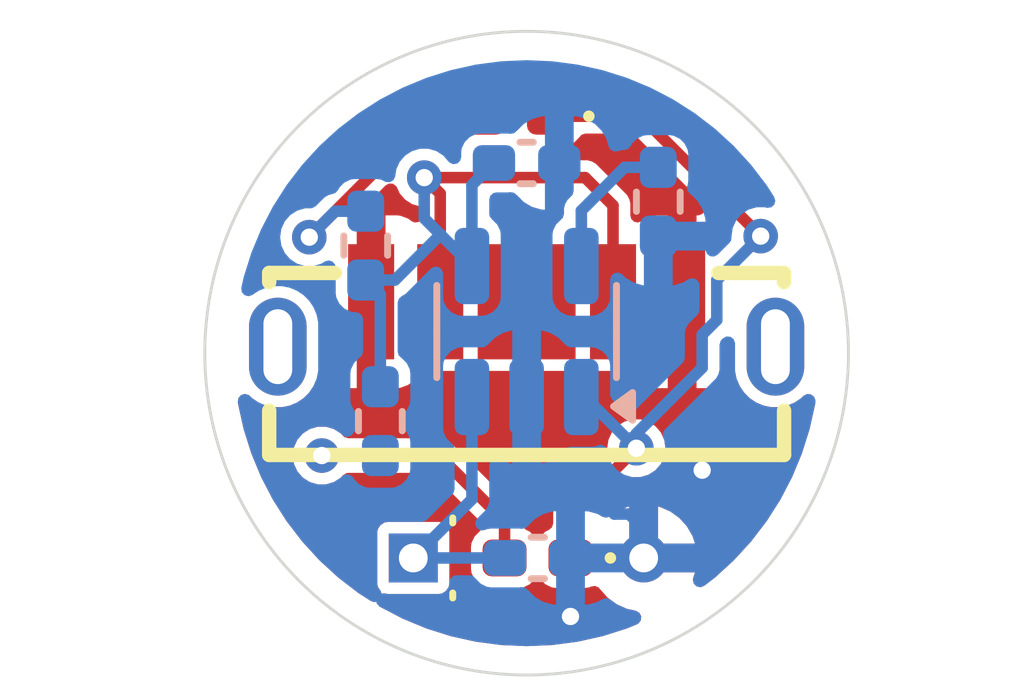
<source format=kicad_pcb>
(kicad_pcb (version 20240108) (generator "pcbnew") (generator_version "8.0")
  (layers (0 "F.Cu" signal) (31 "B.Cu" signal) (34 "B.Paste" user) (35 "F.Paste" user) (36 "B.SilkS" user "B.Silkscreen") (37 "F.SilkS" user "F.Silkscreen") (38 "B.Mask" user) (39 "F.Mask" user) (44 "Edge.Cuts" user))
  (net 0 "")
  (net 1 "+5V")
  (net 4 "GND")
  (net 5 "Net-(U1-PROG)")
  (net 6 "Net-(BT1-+)")
  (net 7 "Net-(D1-A)")
  (net 8 "Net-(D2-A)")
  (net 9 "Net-(D1-K)")
  (footprint "LED_SMD:LED_0402_1005Metric_Pad0.77x0.64mm_HandSolder" (layer "F.Cu") (at 134.4355 69.546294 180)
    (property "Reference" "D1" (hide yes))
    (property "Value" "LED")
    (fp_circle (center -1.265 0) (end -1.215 0) (stroke (width 0.1)) (fill none) (layer "F.SilkS"))
    (pad "1" smd roundrect (at -0.572501 0 180) (size 0.765 0.64) (layers "F.Cu" "F.Paste" "F.Mask") (net 9 "Net-(D1-K)"))
    (pad "2" smd roundrect (at 0.572501 0 180) (size 0.765 0.64) (layers "F.Cu" "F.Paste" "F.Mask") (net 7 "Net-(D1-A)"))
  )
  (footprint "custom:USB-TYPE-C-SMD_MC-306LS-H65" (layer "F.Cu") (at 134.62 73.1575)
    (property "Reference" "J1" (hide yes))
    (property "Value" "USB_C_Receptacle_PowerOnly_6P" (hide yes))
    (fp_line (start -4.47 -0.89) (end -3.33 -0.89) (stroke (width 0.25)) (layer "F.SilkS"))
    (fp_line (start -4.47 -0.73) (end -4.47 -0.89) (stroke (width 0.25)) (layer "F.SilkS"))
    (fp_line (start -4.47 2.27) (end -4.47 1.5) (stroke (width 0.25)) (layer "F.SilkS"))
    (fp_line (start 3.33 -0.89) (end 4.47 -0.89) (stroke (width 0.25)) (layer "F.SilkS"))
    (fp_line (start 4.47 -0.89) (end 4.47 -0.73) (stroke (width 0.25)) (layer "F.SilkS"))
    (fp_line (start 4.47 1.5) (end 4.47 2.27) (stroke (width 0.25)) (layer "F.SilkS"))
    (fp_line (start 4.47 2.27) (end -4.47 2.27) (stroke (width 0.25)) (layer "F.SilkS"))
    (pad "1" thru_hole oval (at -4.32 0.39) (size 1 1.7) (drill oval 0.500024 1.299997) (layers "*.Cu" "*.Mask"))
    (pad "2" thru_hole oval (at 4.32 0.39) (size 1 1.7) (drill oval 0.500024 1.299997) (layers "*.Cu" "*.Mask"))
    (pad "A5" smd rect (at -0.5 -0.39) (size 0.7 2) (layers "F.Cu" "F.Paste" "F.Mask"))
    (pad "A9" smd rect (at 1.5 -0.39) (size 0.8 2) (layers "F.Cu" "F.Paste" "F.Mask") (net 1 "+5V"))
    (pad "A12" smd rect (at 2.7 -0.39) (size 0.8 2) (layers "F.Cu" "F.Paste" "F.Mask") (net 4 "GND"))
    (pad "B5" smd rect (at 0.5 -0.39) (size 0.7 2) (layers "F.Cu" "F.Paste" "F.Mask"))
    (pad "B9" smd rect (at -1.5 -0.39) (size 0.8 2) (layers "F.Cu" "F.Paste" "F.Mask") (net 1 "+5V"))
    (pad "B12" smd rect (at -2.7 -0.39) (size 0.8 2) (layers "F.Cu" "F.Paste" "F.Mask") (net 4 "GND"))
  )
  (footprint "LED_SMD:LED_0402_1005Metric_Pad0.77x0.64mm_HandSolder" (layer "F.Cu") (at 134.809499 77.216 180)
    (property "Reference" "D2" (hide yes))
    (property "Value" "LED" (hide yes))
    (fp_circle (center -1.265 0) (end -1.215 0) (stroke (width 0.1)) (fill none) (layer "F.SilkS"))
    (pad "1" smd roundrect (at -0.572501 0 180) (size 0.765 0.64) (layers "F.Cu" "F.Paste" "F.Mask") (net 9 "Net-(D1-K)"))
    (pad "2" smd roundrect (at 0.572501 0 180) (size 0.765 0.64) (layers "F.Cu" "F.Paste" "F.Mask") (net 8 "Net-(D2-A)"))
  )
  (footprint "Connector_PinHeader_1.00mm:PinHeader_1x03_P1.00mm_Vertical" (layer "F.Cu") (at 132.652 77.216 90)
    (property "Reference" "BT1" (hide yes))
    (property "Value" "lion" (hide yes))
    (fp_line (start 0.608276 0.685) (end 0.695 0.685) (stroke (width 0.12)) (layer "F.SilkS"))
    (fp_line (start -0.695 0.685) (end -0.608276 0.685) (stroke (width 0.12)) (layer "F.SilkS"))
    (pad "1" thru_hole rect (at 0 0 90) (size 0.85 0.85) (drill 0.5) (layers "*.Cu" "*.Mask") (net 6 "Net-(BT1-+)"))
    (pad "2" thru_hole oval (at 0 4 90) (size 0.85 0.85) (drill 0.5) (layers "*.Cu" "*.Mask") (net 4 "GND"))
  )
  (footprint "Capacitor_SMD:C_0402_1005Metric_Pad0.74x0.62mm_HandSolder" (layer "B.Cu") (at 134.8145 77.216)
    (property "Reference" "C2" (hide yes))
    (property "Value" "1uF")
    (fp_line (start 0.115835 -0.36) (end -0.115835 -0.36) (stroke (width 0.12)) (layer "B.SilkS"))
    (fp_line (start 0.115835 0.36) (end -0.115835 0.36) (stroke (width 0.12)) (layer "B.SilkS"))
    (pad "1" smd roundrect (at -0.5675 0) (size 0.735 0.62) (layers "B.Cu" "B.Paste" "B.Mask") (net 6 "Net-(BT1-+)"))
    (pad "2" smd roundrect (at 0.5675 0) (size 0.735 0.62) (layers "B.Cu" "B.Paste" "B.Mask") (net 4 "GND"))
  )
  (footprint "Package_TO_SOT_SMD:TSOT-23-5" (layer "B.Cu") (at 134.62 73.2845 90)
    (property "Reference" "U1" (hide yes))
    (property "Value" "LTC4054XES5-4.2" (hide yes))
    (fp_line (start 0.8 -1.56) (end 0 -1.560001) (stroke (width 0.12)) (layer "B.SilkS"))
    (fp_line (start -0.8 -1.56) (end 0 -1.560001) (stroke (width 0.12)) (layer "B.SilkS"))
    (fp_line (start 0.8 1.56) (end 0 1.560001) (stroke (width 0.12)) (layer "B.SilkS"))
    (fp_line (start -0.8 1.56) (end 0 1.560001) (stroke (width 0.12)) (layer "B.SilkS"))
    (fp_poly (pts (xy -1.3 1.51) (xy -1.54 1.84) (xy -1.06 1.84) (xy -1.3 1.51)) (stroke (width 0.12)) (fill solid) (layer "B.SilkS"))
    (pad "1" smd roundrect (at -1.1375 0.949999 90) (size 1.325 0.6) (layers "B.Cu" "B.Paste" "B.Mask") (net 9 "Net-(D1-K)"))
    (pad "2" smd roundrect (at -1.1375 0 90) (size 1.325 0.6) (layers "B.Cu" "B.Paste" "B.Mask") (net 4 "GND"))
    (pad "3" smd roundrect (at -1.1375 -0.949999 90) (size 1.325 0.6) (layers "B.Cu" "B.Paste" "B.Mask") (net 6 "Net-(BT1-+)"))
    (pad "4" smd roundrect (at 1.1375 -0.949999 90) (size 1.325 0.6) (layers "B.Cu" "B.Paste" "B.Mask") (net 1 "+5V"))
    (pad "5" smd roundrect (at 1.1375 0.949999 90) (size 1.325 0.6) (layers "B.Cu" "B.Paste" "B.Mask") (net 5 "Net-(U1-PROG)"))
  )
  (footprint "Capacitor_SMD:C_0402_1005Metric_Pad0.74x0.62mm_HandSolder" (layer "B.Cu") (at 134.62 70.358)
    (property "Reference" "C1" (hide yes))
    (property "Value" "1uF")
    (fp_line (start 0.115835 -0.36) (end -0.115835 -0.36) (stroke (width 0.12)) (layer "B.SilkS"))
    (fp_line (start 0.115835 0.36) (end -0.115835 0.36) (stroke (width 0.12)) (layer "B.SilkS"))
    (pad "1" smd roundrect (at -0.5675 0) (size 0.735 0.62) (layers "B.Cu" "B.Paste" "B.Mask") (net 1 "+5V"))
    (pad "2" smd roundrect (at 0.5675 0) (size 0.735 0.62) (layers "B.Cu" "B.Paste" "B.Mask") (net 4 "GND"))
  )
  (footprint "Resistor_SMD:R_0402_1005Metric_Pad0.72x0.64mm_HandSolder" (layer "B.Cu") (at 136.906 71.0305 -90)
    (property "Reference" "R1" (hide yes))
    (property "Value" "1.65k")
    (fp_line (start 0.167621 0.380001) (end -0.167621 0.380001) (stroke (width 0.12)) (layer "B.SilkS"))
    (fp_line (start 0.167621 -0.380001) (end -0.167621 -0.380001) (stroke (width 0.12)) (layer "B.SilkS"))
    (pad "1" smd roundrect (at -0.5975 0 270) (size 0.715 0.64) (layers "B.Cu" "B.Paste" "B.Mask") (net 5 "Net-(U1-PROG)"))
    (pad "2" smd roundrect (at 0.5975 0 270) (size 0.715 0.64) (layers "B.Cu" "B.Paste" "B.Mask") (net 4 "GND"))
  )
  (footprint "Resistor_SMD:R_0402_1005Metric_Pad0.72x0.64mm_HandSolder" (layer "B.Cu") (at 131.826 71.7925 90)
    (property "Reference" "R3" (hide yes))
    (property "Value" "300Ω")
    (fp_line (start 0.167621 -0.380001) (end -0.167621 -0.380001) (stroke (width 0.12)) (layer "B.SilkS"))
    (fp_line (start 0.167621 0.380001) (end -0.167621 0.380001) (stroke (width 0.12)) (layer "B.SilkS"))
    (pad "1" smd roundrect (at -0.5975 0 90) (size 0.715 0.64) (layers "B.Cu" "B.Paste" "B.Mask") (net 1 "+5V"))
    (pad "2" smd roundrect (at 0.5975 0 90) (size 0.715 0.64) (layers "B.Cu" "B.Paste" "B.Mask") (net 7 "Net-(D1-A)"))
  )
  (footprint "Resistor_SMD:R_0402_1005Metric_Pad0.72x0.64mm_HandSolder" (layer "B.Cu") (at 132.08 74.8405 -90)
    (property "Reference" "R2" (hide yes))
    (property "Value" "300Ω")
    (fp_line (start 0.167621 0.380001) (end -0.167621 0.380001) (stroke (width 0.12)) (layer "B.SilkS"))
    (fp_line (start 0.167621 -0.380001) (end -0.167621 -0.380001) (stroke (width 0.12)) (layer "B.SilkS"))
    (pad "1" smd roundrect (at -0.5975 0 270) (size 0.715 0.64) (layers "B.Cu" "B.Paste" "B.Mask") (net 1 "+5V"))
    (pad "2" smd roundrect (at 0.5975 0 270) (size 0.715 0.64) (layers "B.Cu" "B.Paste" "B.Mask") (net 8 "Net-(D2-A)"))
  )
  (gr_circle (center 134.62 73.66) (end 140.208 73.66) (stroke (width 0.05)) (fill none) (layer "Edge.Cuts"))
  (segment (start 135.636 70.612) (end 136.12 71.096) (width 0.2) (layer "F.Cu") (net 1))
  (segment (start 133.12 72.7675) (end 133.12 70.89) (width 0.2) (layer "F.Cu") (net 1))
  (segment (start 133.12 70.89) (end 132.842 70.612) (width 0.2) (layer "F.Cu") (net 1))
  (segment (start 132.842 70.612) (end 135.636 70.612) (width 0.2) (layer "F.Cu") (net 1))
  (segment (start 136.12 71.096) (end 136.12 72.7675) (width 0.2) (layer "F.Cu") (net 1))
  (via (at 132.842 70.612) (size 0.6) (drill 0.3) (layers "F.Cu" "B.Cu") (net 1))
  (segment (start 132.334 72.39) (end 133.123501 71.600499) (width 0.2) (layer "B.Cu") (net 1))
  (segment (start 132.08 72.644) (end 131.826 72.39) (width 0.2) (layer "B.Cu") (net 1))
  (segment (start 132.842 71.318999) (end 133.123501 71.600499) (width 0.2) (layer "B.Cu") (net 1))
  (segment (start 133.670001 70.740499) (end 134.0525 70.358) (width 0.2) (layer "B.Cu") (net 1))
  (segment (start 132.842 70.612) (end 132.842 71.318999) (width 0.2) (layer "B.Cu") (net 1))
  (segment (start 132.08 74.243) (end 132.08 72.644) (width 0.2) (layer "B.Cu") (net 1))
  (segment (start 131.826 72.39) (end 132.334 72.39) (width 0.2) (layer "B.Cu") (net 1))
  (segment (start 133.123501 71.600499) (end 133.670001 72.147) (width 0.2) (layer "B.Cu") (net 1))
  (segment (start 133.670001 72.147) (end 133.670001 70.740499) (width 0.2) (layer "B.Cu") (net 1))
  (via (at 135.382 78.232) (size 0.6) (drill 0.3) (layers "F.Cu" "B.Cu") (net 4))
  (via (at 137.668 75.692) (size 0.6) (drill 0.3) (layers "F.Cu" "B.Cu") (net 4))
  (segment (start 136.144 76.454) (end 135.89 76.2) (width 0.2) (layer "B.Cu") (net 4))
  (segment (start 136.652 77.216) (end 136.652 76.708) (width 0.2) (layer "B.Cu") (net 4))
  (segment (start 135.89 76.2) (end 135.382 76.2) (width 0.2) (layer "B.Cu") (net 4))
  (segment (start 134.62 74.422) (end 134.62 75.438) (width 0.2) (layer "B.Cu") (net 4))
  (segment (start 135.382 77.216) (end 136.652 77.216) (width 0.2) (layer "B.Cu") (net 4))
  (segment (start 134.62 75.438) (end 135.382 76.2) (width 0.2) (layer "B.Cu") (net 4))
  (segment (start 136.652 76.708) (end 136.398 76.454) (width 0.2) (layer "B.Cu") (net 4))
  (segment (start 136.398 76.454) (end 136.144 76.454) (width 0.2) (layer "B.Cu") (net 4))
  (segment (start 135.569999 72.147) (end 135.569999 71.186001) (width 0.2) (layer "B.Cu") (net 5))
  (segment (start 136.323 70.433) (end 136.906 70.433) (width 0.2) (layer "B.Cu") (net 5))
  (segment (start 135.569999 71.186001) (end 136.323 70.433) (width 0.2) (layer "B.Cu") (net 5))
  (segment (start 134.247 77.216) (end 132.652 77.216) (width 0.2) (layer "B.Cu") (net 6))
  (segment (start 133.670001 76.197999) (end 132.652 77.216) (width 0.2) (layer "B.Cu") (net 6))
  (segment (start 133.670001 74.422) (end 133.670001 76.197999) (width 0.2) (layer "B.Cu") (net 6))
  (segment (start 132.945922 69.546294) (end 130.846301 71.645915) (width 0.2) (layer "F.Cu") (net 7))
  (segment (start 133.862999 69.546294) (end 132.945922 69.546294) (width 0.2) (layer "F.Cu") (net 7))
  (via (at 130.846301 71.645915) (size 0.6) (drill 0.3) (layers "F.Cu" "B.Cu") (net 7))
  (segment (start 131.826 71.195) (end 131.297216 71.195) (width 0.2) (layer "B.Cu") (net 7))
  (segment (start 131.297216 71.195) (end 130.846301 71.645915) (width 0.2) (layer "B.Cu") (net 7))
  (segment (start 134.236998 76.578998) (end 134.236998 77.216) (width 0.2) (layer "F.Cu") (net 8))
  (segment (start 133.096 75.438) (end 134.236998 76.578998) (width 0.2) (layer "F.Cu") (net 8))
  (segment (start 131.064 75.438) (end 133.096 75.438) (width 0.2) (layer "F.Cu") (net 8))
  (via (at 131.064 75.438) (size 0.6) (drill 0.3) (layers "F.Cu" "B.Cu") (net 8))
  (segment (start 132.08 75.438) (end 131.064 75.438) (width 0.2) (layer "B.Cu") (net 8))
  (segment (start 136.525 75.311) (end 135.382 76.454) (width 0.2) (layer "F.Cu") (net 9))
  (segment (start 136.602294 69.546294) (end 135.008001 69.546294) (width 0.2) (layer "F.Cu") (net 9))
  (segment (start 135.382 76.454) (end 135.382 77.216) (width 0.2) (layer "F.Cu") (net 9))
  (segment (start 138.684 71.628) (end 136.602294 69.546294) (width 0.2) (layer "F.Cu") (net 9))
  (via (at 136.525 75.311) (size 0.6) (drill 0.3) (layers "F.Cu" "B.Cu") (net 9))
  (via (at 138.684 71.628) (size 0.6) (drill 0.3) (layers "F.Cu" "B.Cu") (net 9))
  (segment (start 137.922 72.39) (end 137.922 73.084129) (width 0.2) (layer "B.Cu") (net 9))
  (segment (start 138.684 71.628) (end 137.922 72.39) (width 0.2) (layer "B.Cu") (net 9))
  (segment (start 135.636 74.422) (end 135.569999 74.422) (width 0.2) (layer "B.Cu") (net 9))
  (segment (start 137.668 73.914) (end 136.525 75.057) (width 0.2) (layer "B.Cu") (net 9))
  (segment (start 136.525 75.311) (end 135.636 74.422) (width 0.2) (layer "B.Cu") (net 9))
  (segment (start 137.668 73.338129) (end 137.668 73.914) (width 0.2) (layer "B.Cu") (net 9))
  (segment (start 136.525 75.057) (end 136.525 75.311) (width 0.2) (layer "B.Cu") (net 9))
  (segment (start 137.922 73.084129) (end 137.668 73.338129) (width 0.2) (layer "B.Cu") (net 9))
  (zone (net 4) (net_name "GND") (layers "F&B.Cu") (connect_pads (clearance 0)) (min_thickness 0.25) (fill yes (thermal_gap 0.5) (thermal_bridge_width 0.5))
    (polygon (pts (xy 128.524 68.072) (xy 143.256 67.818) (xy 142.24 79.502) (xy 125.476 79.248) (xy 126.492 70.866)))
  )
)
</source>
